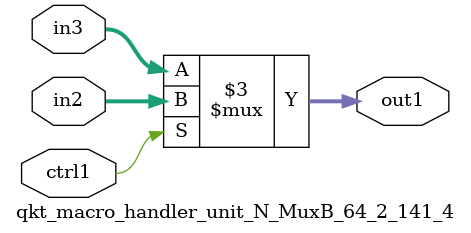
<source format=v>

`timescale 1ps / 1ps


module qkt_macro_handler_unit_N_MuxB_64_2_141_4( in3, in2, ctrl1, out1 );

    input [63:0] in3;
    input [63:0] in2;
    input ctrl1;
    output [63:0] out1;
    reg [63:0] out1;

    
    // rtl_process:qkt_macro_handler_unit_N_MuxB_64_2_141_4/qkt_macro_handler_unit_N_MuxB_64_2_141_4_thread_1
    always @*
      begin : qkt_macro_handler_unit_N_MuxB_64_2_141_4_thread_1
        case (ctrl1) 
          1'b1: 
            begin
              out1 = in2;
            end
          default: 
            begin
              out1 = in3;
            end
        endcase
      end

endmodule



</source>
